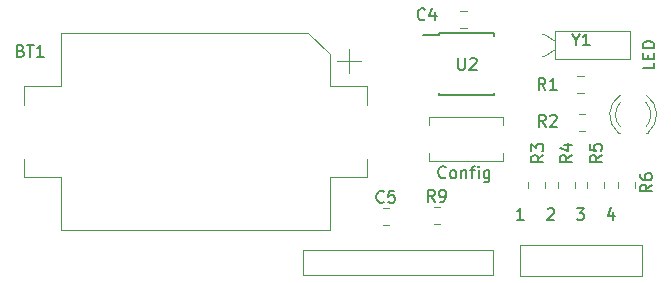
<source format=gbr>
%TF.GenerationSoftware,KiCad,Pcbnew,(5.1.9-0-10_14)*%
%TF.CreationDate,2021-08-12T09:32:14+02:00*%
%TF.ProjectId,HB-SCI-x-MSP,48422d53-4349-42d7-982d-4d53502e6b69,rev?*%
%TF.SameCoordinates,Original*%
%TF.FileFunction,Legend,Top*%
%TF.FilePolarity,Positive*%
%FSLAX46Y46*%
G04 Gerber Fmt 4.6, Leading zero omitted, Abs format (unit mm)*
G04 Created by KiCad (PCBNEW (5.1.9-0-10_14)) date 2021-08-12 09:32:14*
%MOMM*%
%LPD*%
G01*
G04 APERTURE LIST*
%ADD10C,0.200000*%
%ADD11C,0.120000*%
%ADD12C,0.150000*%
G04 APERTURE END LIST*
D10*
X94990476Y-52685714D02*
X94990476Y-53352380D01*
X94752380Y-52304761D02*
X94514285Y-53019047D01*
X95133333Y-53019047D01*
X91866666Y-52352380D02*
X92485714Y-52352380D01*
X92152380Y-52733333D01*
X92295238Y-52733333D01*
X92390476Y-52780952D01*
X92438095Y-52828571D01*
X92485714Y-52923809D01*
X92485714Y-53161904D01*
X92438095Y-53257142D01*
X92390476Y-53304761D01*
X92295238Y-53352380D01*
X92009523Y-53352380D01*
X91914285Y-53304761D01*
X91866666Y-53257142D01*
X89414285Y-52447619D02*
X89461904Y-52400000D01*
X89557142Y-52352380D01*
X89795238Y-52352380D01*
X89890476Y-52400000D01*
X89938095Y-52447619D01*
X89985714Y-52542857D01*
X89985714Y-52638095D01*
X89938095Y-52780952D01*
X89366666Y-53352380D01*
X89985714Y-53352380D01*
X87385714Y-53352380D02*
X86814285Y-53352380D01*
X87100000Y-53352380D02*
X87100000Y-52352380D01*
X87004761Y-52495238D01*
X86909523Y-52590476D01*
X86814285Y-52638095D01*
D11*
%TO.C,BT1*%
X71600000Y-39900000D02*
X73600000Y-39900000D01*
X72600000Y-40900000D02*
X72600000Y-38900000D01*
X48250000Y-54250000D02*
X48250000Y-49750000D01*
X70950000Y-54250000D02*
X70950000Y-49750000D01*
X70950000Y-54250000D02*
X48250000Y-54250000D01*
X45050000Y-49750000D02*
X45050000Y-48200000D01*
X48250000Y-49750000D02*
X45050000Y-49750000D01*
X74150000Y-49750000D02*
X74150000Y-48200000D01*
X70950000Y-49750000D02*
X74150000Y-49750000D01*
X74150000Y-42050000D02*
X74150000Y-43600000D01*
X70950000Y-42050000D02*
X74150000Y-42050000D01*
X69150000Y-37550000D02*
X70950000Y-39350000D01*
X70950000Y-39350000D02*
X70950000Y-42050000D01*
X48250000Y-37550000D02*
X69150000Y-37550000D01*
X48250000Y-37550000D02*
X48250000Y-42050000D01*
X45050000Y-42050000D02*
X45050000Y-43600000D01*
X48250000Y-42050000D02*
X45050000Y-42050000D01*
%TO.C,SW2*%
X87120000Y-55470000D02*
X87120000Y-58070000D01*
X94800000Y-55470000D02*
X87120000Y-55470000D01*
X97400000Y-58070000D02*
X87120000Y-58070000D01*
X94800000Y-55470000D02*
X97400000Y-55470000D01*
X97400000Y-55470000D02*
X97400000Y-58070000D01*
%TO.C,J1*%
X84800000Y-58060000D02*
X84800000Y-55940000D01*
X68740000Y-58060000D02*
X84740000Y-58060000D01*
X68740000Y-55940000D02*
X84800000Y-55940000D01*
X68740000Y-58060000D02*
X68740000Y-55940000D01*
%TO.C,R9*%
X79768748Y-53720000D02*
X80291252Y-53720000D01*
X79768748Y-52300000D02*
X80291252Y-52300000D01*
%TO.C,C5*%
X75448748Y-53810000D02*
X75971252Y-53810000D01*
X75448748Y-52390000D02*
X75971252Y-52390000D01*
%TO.C,Y1*%
X90000000Y-39750000D02*
X96400000Y-39750000D01*
X96400000Y-39750000D02*
X96400000Y-37350000D01*
X96400000Y-37350000D02*
X90000000Y-37350000D01*
X90000000Y-37350000D02*
X90000000Y-39750000D01*
X90000000Y-38900000D02*
X89100000Y-39500000D01*
X89100000Y-39500000D02*
X88900000Y-39500000D01*
X90000000Y-38200000D02*
X89100000Y-37600000D01*
X89100000Y-37600000D02*
X88900000Y-37600000D01*
D12*
%TO.C,U2*%
X80235000Y-37575000D02*
X80235000Y-37700000D01*
X84885000Y-37575000D02*
X84885000Y-37800000D01*
X84885000Y-42825000D02*
X84885000Y-42600000D01*
X80235000Y-42825000D02*
X80235000Y-42600000D01*
X80235000Y-37575000D02*
X84885000Y-37575000D01*
X80235000Y-42825000D02*
X84885000Y-42825000D01*
X80235000Y-37700000D02*
X78885000Y-37700000D01*
D11*
%TO.C,SW1*%
X79400000Y-48350000D02*
X79400000Y-47700000D01*
X79400000Y-44650000D02*
X79400000Y-45300000D01*
X85600000Y-45300000D02*
X85600000Y-44650000D01*
X85600000Y-48350000D02*
X85600000Y-47700000D01*
X79400000Y-48350000D02*
X85600000Y-48350000D01*
X85600000Y-44650000D02*
X79400000Y-44650000D01*
%TO.C,R6*%
X95390000Y-50661252D02*
X95390000Y-50138748D01*
X96810000Y-50661252D02*
X96810000Y-50138748D01*
%TO.C,R5*%
X92790000Y-50661252D02*
X92790000Y-50138748D01*
X94210000Y-50661252D02*
X94210000Y-50138748D01*
%TO.C,R4*%
X90290000Y-50661252D02*
X90290000Y-50138748D01*
X91710000Y-50661252D02*
X91710000Y-50138748D01*
%TO.C,R3*%
X87790000Y-50661252D02*
X87790000Y-50138748D01*
X89210000Y-50661252D02*
X89210000Y-50138748D01*
%TO.C,R2*%
X92561252Y-45810000D02*
X92038748Y-45810000D01*
X92561252Y-44390000D02*
X92038748Y-44390000D01*
%TO.C,R1*%
X92461252Y-42610000D02*
X91938748Y-42610000D01*
X92461252Y-41190000D02*
X91938748Y-41190000D01*
%TO.C,D1*%
X95424000Y-46010000D02*
X95580000Y-46010000D01*
X97740000Y-46010000D02*
X97896000Y-46010000D01*
X97739837Y-43408870D02*
G75*
G02*
X97740000Y-45490961I-1079837J-1041130D01*
G01*
X95580163Y-43408870D02*
G75*
G03*
X95580000Y-45490961I1079837J-1041130D01*
G01*
X97738608Y-42777665D02*
G75*
G02*
X97895516Y-46010000I-1078608J-1672335D01*
G01*
X95581392Y-42777665D02*
G75*
G03*
X95424484Y-46010000I1078608J-1672335D01*
G01*
%TO.C,C4*%
X82038748Y-35690000D02*
X82561252Y-35690000D01*
X82038748Y-37110000D02*
X82561252Y-37110000D01*
%TO.C,BT1*%
D12*
X44814285Y-39028571D02*
X44957142Y-39076190D01*
X45004761Y-39123809D01*
X45052380Y-39219047D01*
X45052380Y-39361904D01*
X45004761Y-39457142D01*
X44957142Y-39504761D01*
X44861904Y-39552380D01*
X44480952Y-39552380D01*
X44480952Y-38552380D01*
X44814285Y-38552380D01*
X44909523Y-38600000D01*
X44957142Y-38647619D01*
X45004761Y-38742857D01*
X45004761Y-38838095D01*
X44957142Y-38933333D01*
X44909523Y-38980952D01*
X44814285Y-39028571D01*
X44480952Y-39028571D01*
X45338095Y-38552380D02*
X45909523Y-38552380D01*
X45623809Y-39552380D02*
X45623809Y-38552380D01*
X46766666Y-39552380D02*
X46195238Y-39552380D01*
X46480952Y-39552380D02*
X46480952Y-38552380D01*
X46385714Y-38695238D01*
X46290476Y-38790476D01*
X46195238Y-38838095D01*
%TO.C,R9*%
X79863333Y-51812380D02*
X79530000Y-51336190D01*
X79291904Y-51812380D02*
X79291904Y-50812380D01*
X79672857Y-50812380D01*
X79768095Y-50860000D01*
X79815714Y-50907619D01*
X79863333Y-51002857D01*
X79863333Y-51145714D01*
X79815714Y-51240952D01*
X79768095Y-51288571D01*
X79672857Y-51336190D01*
X79291904Y-51336190D01*
X80339523Y-51812380D02*
X80530000Y-51812380D01*
X80625238Y-51764761D01*
X80672857Y-51717142D01*
X80768095Y-51574285D01*
X80815714Y-51383809D01*
X80815714Y-51002857D01*
X80768095Y-50907619D01*
X80720476Y-50860000D01*
X80625238Y-50812380D01*
X80434761Y-50812380D01*
X80339523Y-50860000D01*
X80291904Y-50907619D01*
X80244285Y-51002857D01*
X80244285Y-51240952D01*
X80291904Y-51336190D01*
X80339523Y-51383809D01*
X80434761Y-51431428D01*
X80625238Y-51431428D01*
X80720476Y-51383809D01*
X80768095Y-51336190D01*
X80815714Y-51240952D01*
%TO.C,C5*%
X75543333Y-51807142D02*
X75495714Y-51854761D01*
X75352857Y-51902380D01*
X75257619Y-51902380D01*
X75114761Y-51854761D01*
X75019523Y-51759523D01*
X74971904Y-51664285D01*
X74924285Y-51473809D01*
X74924285Y-51330952D01*
X74971904Y-51140476D01*
X75019523Y-51045238D01*
X75114761Y-50950000D01*
X75257619Y-50902380D01*
X75352857Y-50902380D01*
X75495714Y-50950000D01*
X75543333Y-50997619D01*
X76448095Y-50902380D02*
X75971904Y-50902380D01*
X75924285Y-51378571D01*
X75971904Y-51330952D01*
X76067142Y-51283333D01*
X76305238Y-51283333D01*
X76400476Y-51330952D01*
X76448095Y-51378571D01*
X76495714Y-51473809D01*
X76495714Y-51711904D01*
X76448095Y-51807142D01*
X76400476Y-51854761D01*
X76305238Y-51902380D01*
X76067142Y-51902380D01*
X75971904Y-51854761D01*
X75924285Y-51807142D01*
%TO.C,Y1*%
X91783809Y-38106190D02*
X91783809Y-38582380D01*
X91450476Y-37582380D02*
X91783809Y-38106190D01*
X92117142Y-37582380D01*
X92974285Y-38582380D02*
X92402857Y-38582380D01*
X92688571Y-38582380D02*
X92688571Y-37582380D01*
X92593333Y-37725238D01*
X92498095Y-37820476D01*
X92402857Y-37868095D01*
%TO.C,U2*%
X81838095Y-39652380D02*
X81838095Y-40461904D01*
X81885714Y-40557142D01*
X81933333Y-40604761D01*
X82028571Y-40652380D01*
X82219047Y-40652380D01*
X82314285Y-40604761D01*
X82361904Y-40557142D01*
X82409523Y-40461904D01*
X82409523Y-39652380D01*
X82838095Y-39747619D02*
X82885714Y-39700000D01*
X82980952Y-39652380D01*
X83219047Y-39652380D01*
X83314285Y-39700000D01*
X83361904Y-39747619D01*
X83409523Y-39842857D01*
X83409523Y-39938095D01*
X83361904Y-40080952D01*
X82790476Y-40652380D01*
X83409523Y-40652380D01*
%TO.C,SW1*%
X80778571Y-49727142D02*
X80730952Y-49774761D01*
X80588095Y-49822380D01*
X80492857Y-49822380D01*
X80350000Y-49774761D01*
X80254761Y-49679523D01*
X80207142Y-49584285D01*
X80159523Y-49393809D01*
X80159523Y-49250952D01*
X80207142Y-49060476D01*
X80254761Y-48965238D01*
X80350000Y-48870000D01*
X80492857Y-48822380D01*
X80588095Y-48822380D01*
X80730952Y-48870000D01*
X80778571Y-48917619D01*
X81350000Y-49822380D02*
X81254761Y-49774761D01*
X81207142Y-49727142D01*
X81159523Y-49631904D01*
X81159523Y-49346190D01*
X81207142Y-49250952D01*
X81254761Y-49203333D01*
X81350000Y-49155714D01*
X81492857Y-49155714D01*
X81588095Y-49203333D01*
X81635714Y-49250952D01*
X81683333Y-49346190D01*
X81683333Y-49631904D01*
X81635714Y-49727142D01*
X81588095Y-49774761D01*
X81492857Y-49822380D01*
X81350000Y-49822380D01*
X82111904Y-49155714D02*
X82111904Y-49822380D01*
X82111904Y-49250952D02*
X82159523Y-49203333D01*
X82254761Y-49155714D01*
X82397619Y-49155714D01*
X82492857Y-49203333D01*
X82540476Y-49298571D01*
X82540476Y-49822380D01*
X82873809Y-49155714D02*
X83254761Y-49155714D01*
X83016666Y-49822380D02*
X83016666Y-48965238D01*
X83064285Y-48870000D01*
X83159523Y-48822380D01*
X83254761Y-48822380D01*
X83588095Y-49822380D02*
X83588095Y-49155714D01*
X83588095Y-48822380D02*
X83540476Y-48870000D01*
X83588095Y-48917619D01*
X83635714Y-48870000D01*
X83588095Y-48822380D01*
X83588095Y-48917619D01*
X84492857Y-49155714D02*
X84492857Y-49965238D01*
X84445238Y-50060476D01*
X84397619Y-50108095D01*
X84302380Y-50155714D01*
X84159523Y-50155714D01*
X84064285Y-50108095D01*
X84492857Y-49774761D02*
X84397619Y-49822380D01*
X84207142Y-49822380D01*
X84111904Y-49774761D01*
X84064285Y-49727142D01*
X84016666Y-49631904D01*
X84016666Y-49346190D01*
X84064285Y-49250952D01*
X84111904Y-49203333D01*
X84207142Y-49155714D01*
X84397619Y-49155714D01*
X84492857Y-49203333D01*
%TO.C,R6*%
X98252380Y-50366666D02*
X97776190Y-50700000D01*
X98252380Y-50938095D02*
X97252380Y-50938095D01*
X97252380Y-50557142D01*
X97300000Y-50461904D01*
X97347619Y-50414285D01*
X97442857Y-50366666D01*
X97585714Y-50366666D01*
X97680952Y-50414285D01*
X97728571Y-50461904D01*
X97776190Y-50557142D01*
X97776190Y-50938095D01*
X97252380Y-49509523D02*
X97252380Y-49700000D01*
X97300000Y-49795238D01*
X97347619Y-49842857D01*
X97490476Y-49938095D01*
X97680952Y-49985714D01*
X98061904Y-49985714D01*
X98157142Y-49938095D01*
X98204761Y-49890476D01*
X98252380Y-49795238D01*
X98252380Y-49604761D01*
X98204761Y-49509523D01*
X98157142Y-49461904D01*
X98061904Y-49414285D01*
X97823809Y-49414285D01*
X97728571Y-49461904D01*
X97680952Y-49509523D01*
X97633333Y-49604761D01*
X97633333Y-49795238D01*
X97680952Y-49890476D01*
X97728571Y-49938095D01*
X97823809Y-49985714D01*
%TO.C,R5*%
X94002380Y-47866666D02*
X93526190Y-48200000D01*
X94002380Y-48438095D02*
X93002380Y-48438095D01*
X93002380Y-48057142D01*
X93050000Y-47961904D01*
X93097619Y-47914285D01*
X93192857Y-47866666D01*
X93335714Y-47866666D01*
X93430952Y-47914285D01*
X93478571Y-47961904D01*
X93526190Y-48057142D01*
X93526190Y-48438095D01*
X93002380Y-46961904D02*
X93002380Y-47438095D01*
X93478571Y-47485714D01*
X93430952Y-47438095D01*
X93383333Y-47342857D01*
X93383333Y-47104761D01*
X93430952Y-47009523D01*
X93478571Y-46961904D01*
X93573809Y-46914285D01*
X93811904Y-46914285D01*
X93907142Y-46961904D01*
X93954761Y-47009523D01*
X94002380Y-47104761D01*
X94002380Y-47342857D01*
X93954761Y-47438095D01*
X93907142Y-47485714D01*
%TO.C,R4*%
X91482380Y-47876666D02*
X91006190Y-48210000D01*
X91482380Y-48448095D02*
X90482380Y-48448095D01*
X90482380Y-48067142D01*
X90530000Y-47971904D01*
X90577619Y-47924285D01*
X90672857Y-47876666D01*
X90815714Y-47876666D01*
X90910952Y-47924285D01*
X90958571Y-47971904D01*
X91006190Y-48067142D01*
X91006190Y-48448095D01*
X90815714Y-47019523D02*
X91482380Y-47019523D01*
X90434761Y-47257619D02*
X91149047Y-47495714D01*
X91149047Y-46876666D01*
%TO.C,R3*%
X89052380Y-47866666D02*
X88576190Y-48200000D01*
X89052380Y-48438095D02*
X88052380Y-48438095D01*
X88052380Y-48057142D01*
X88100000Y-47961904D01*
X88147619Y-47914285D01*
X88242857Y-47866666D01*
X88385714Y-47866666D01*
X88480952Y-47914285D01*
X88528571Y-47961904D01*
X88576190Y-48057142D01*
X88576190Y-48438095D01*
X88052380Y-47533333D02*
X88052380Y-46914285D01*
X88433333Y-47247619D01*
X88433333Y-47104761D01*
X88480952Y-47009523D01*
X88528571Y-46961904D01*
X88623809Y-46914285D01*
X88861904Y-46914285D01*
X88957142Y-46961904D01*
X89004761Y-47009523D01*
X89052380Y-47104761D01*
X89052380Y-47390476D01*
X89004761Y-47485714D01*
X88957142Y-47533333D01*
%TO.C,R2*%
X89253333Y-45462380D02*
X88920000Y-44986190D01*
X88681904Y-45462380D02*
X88681904Y-44462380D01*
X89062857Y-44462380D01*
X89158095Y-44510000D01*
X89205714Y-44557619D01*
X89253333Y-44652857D01*
X89253333Y-44795714D01*
X89205714Y-44890952D01*
X89158095Y-44938571D01*
X89062857Y-44986190D01*
X88681904Y-44986190D01*
X89634285Y-44557619D02*
X89681904Y-44510000D01*
X89777142Y-44462380D01*
X90015238Y-44462380D01*
X90110476Y-44510000D01*
X90158095Y-44557619D01*
X90205714Y-44652857D01*
X90205714Y-44748095D01*
X90158095Y-44890952D01*
X89586666Y-45462380D01*
X90205714Y-45462380D01*
%TO.C,R1*%
X89233333Y-42342380D02*
X88900000Y-41866190D01*
X88661904Y-42342380D02*
X88661904Y-41342380D01*
X89042857Y-41342380D01*
X89138095Y-41390000D01*
X89185714Y-41437619D01*
X89233333Y-41532857D01*
X89233333Y-41675714D01*
X89185714Y-41770952D01*
X89138095Y-41818571D01*
X89042857Y-41866190D01*
X88661904Y-41866190D01*
X90185714Y-42342380D02*
X89614285Y-42342380D01*
X89900000Y-42342380D02*
X89900000Y-41342380D01*
X89804761Y-41485238D01*
X89709523Y-41580476D01*
X89614285Y-41628095D01*
%TO.C,D1*%
X98452380Y-40042857D02*
X98452380Y-40519047D01*
X97452380Y-40519047D01*
X97928571Y-39709523D02*
X97928571Y-39376190D01*
X98452380Y-39233333D02*
X98452380Y-39709523D01*
X97452380Y-39709523D01*
X97452380Y-39233333D01*
X98452380Y-38804761D02*
X97452380Y-38804761D01*
X97452380Y-38566666D01*
X97500000Y-38423809D01*
X97595238Y-38328571D01*
X97690476Y-38280952D01*
X97880952Y-38233333D01*
X98023809Y-38233333D01*
X98214285Y-38280952D01*
X98309523Y-38328571D01*
X98404761Y-38423809D01*
X98452380Y-38566666D01*
X98452380Y-38804761D01*
%TO.C,C4*%
X79033333Y-36357142D02*
X78985714Y-36404761D01*
X78842857Y-36452380D01*
X78747619Y-36452380D01*
X78604761Y-36404761D01*
X78509523Y-36309523D01*
X78461904Y-36214285D01*
X78414285Y-36023809D01*
X78414285Y-35880952D01*
X78461904Y-35690476D01*
X78509523Y-35595238D01*
X78604761Y-35500000D01*
X78747619Y-35452380D01*
X78842857Y-35452380D01*
X78985714Y-35500000D01*
X79033333Y-35547619D01*
X79890476Y-35785714D02*
X79890476Y-36452380D01*
X79652380Y-35404761D02*
X79414285Y-36119047D01*
X80033333Y-36119047D01*
%TD*%
M02*

</source>
